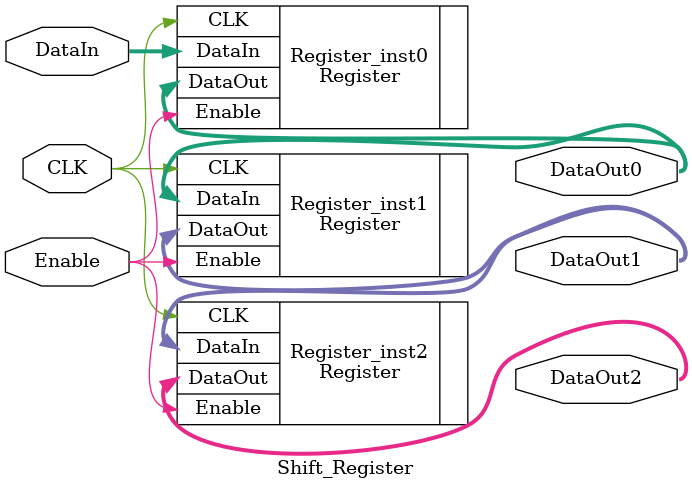
<source format=v>
module Shift_Register(CLK, Enable, DataIn, DataOut0, DataOut1, DataOut2);
  input Enable, CLK;
  input [7:0]DataIn;
  output [7:0]DataOut0;
  output [7:0]DataOut1;
  output [7:0]DataOut2;
  
  Register Register_inst0(.CLK(CLK), .DataIn(DataIn), .Enable(Enable), .DataOut(DataOut0));
  Register Register_inst1(.CLK(CLK), .DataIn(DataOut0), .Enable(Enable), .DataOut(DataOut1));
  Register Register_inst2(.CLK(CLK), .DataIn(DataOut1), .Enable(Enable), .DataOut(DataOut2));
  
  
endmodule



</source>
